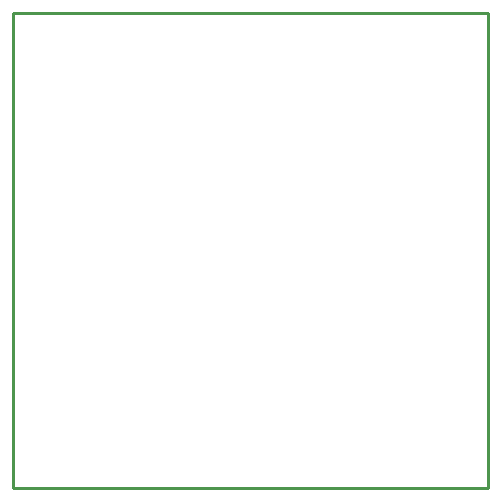
<source format=gm1>
G04 #@! TF.GenerationSoftware,KiCad,Pcbnew,7.0.10-7.0.10~ubuntu22.04.1*
G04 #@! TF.CreationDate,2024-06-09T21:40:06-07:00*
G04 #@! TF.ProjectId,driver_cplex_rp2040,64726976-6572-45f6-9370-6c65785f7270,rev?*
G04 #@! TF.SameCoordinates,Original*
G04 #@! TF.FileFunction,Profile,NP*
%FSLAX46Y46*%
G04 Gerber Fmt 4.6, Leading zero omitted, Abs format (unit mm)*
G04 Created by KiCad (PCBNEW 7.0.10-7.0.10~ubuntu22.04.1) date 2024-06-09 21:40:06*
%MOMM*%
%LPD*%
G01*
G04 APERTURE LIST*
G04 #@! TA.AperFunction,Profile*
%ADD10C,0.250000*%
G04 #@! TD*
G04 APERTURE END LIST*
D10*
X49900000Y-90100000D02*
X90100000Y-90100000D01*
X90100000Y-90100000D02*
X90100000Y-49900000D01*
X49900000Y-49900000D02*
X49900000Y-90100000D01*
X90100000Y-49900000D02*
X49900000Y-49900000D01*
M02*

</source>
